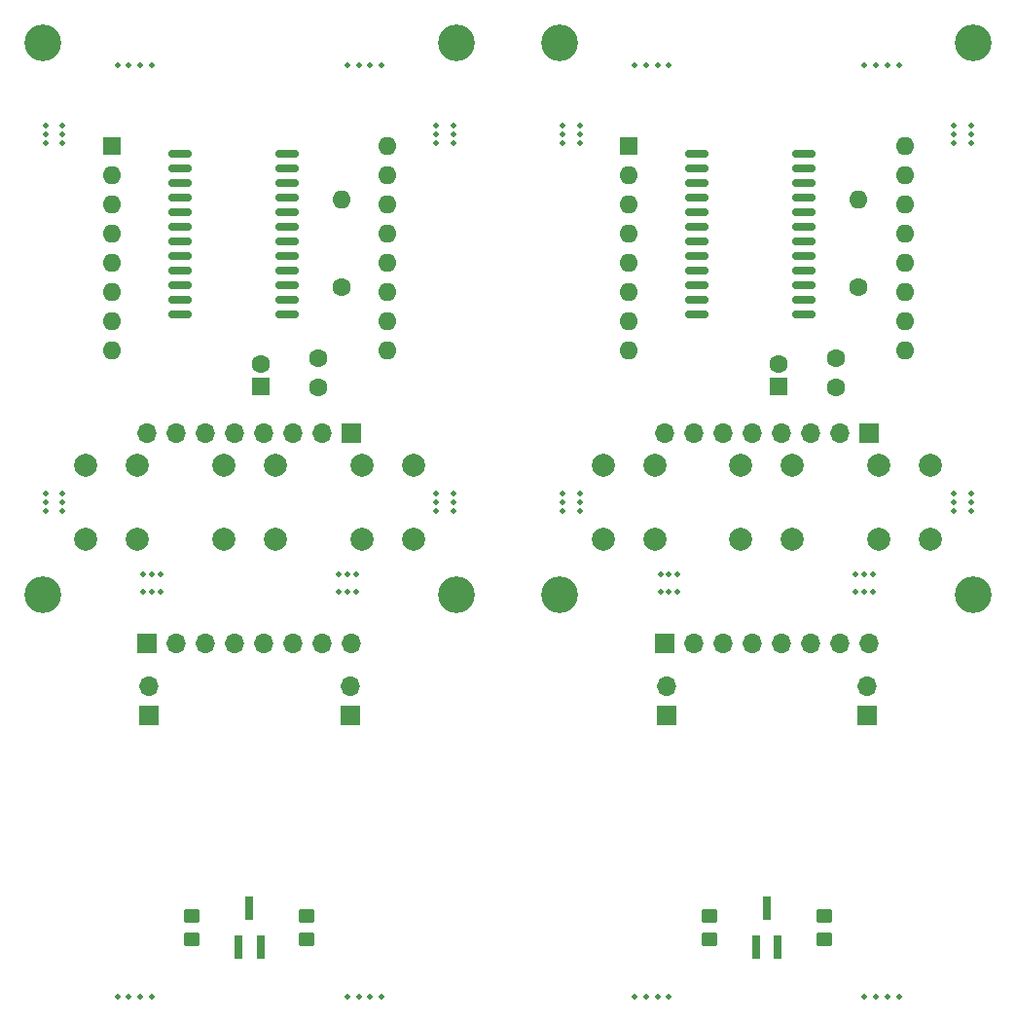
<source format=gbr>
%TF.GenerationSoftware,KiCad,Pcbnew,7.0.8*%
%TF.CreationDate,2024-02-08T03:58:00-08:00*%
%TF.ProjectId,panel,70616e65-6c2e-46b6-9963-61645f706362,rev?*%
%TF.SameCoordinates,Original*%
%TF.FileFunction,Soldermask,Bot*%
%TF.FilePolarity,Negative*%
%FSLAX46Y46*%
G04 Gerber Fmt 4.6, Leading zero omitted, Abs format (unit mm)*
G04 Created by KiCad (PCBNEW 7.0.8) date 2024-02-08 03:58:00*
%MOMM*%
%LPD*%
G01*
G04 APERTURE LIST*
G04 Aperture macros list*
%AMRoundRect*
0 Rectangle with rounded corners*
0 $1 Rounding radius*
0 $2 $3 $4 $5 $6 $7 $8 $9 X,Y pos of 4 corners*
0 Add a 4 corners polygon primitive as box body*
4,1,4,$2,$3,$4,$5,$6,$7,$8,$9,$2,$3,0*
0 Add four circle primitives for the rounded corners*
1,1,$1+$1,$2,$3*
1,1,$1+$1,$4,$5*
1,1,$1+$1,$6,$7*
1,1,$1+$1,$8,$9*
0 Add four rect primitives between the rounded corners*
20,1,$1+$1,$2,$3,$4,$5,0*
20,1,$1+$1,$4,$5,$6,$7,0*
20,1,$1+$1,$6,$7,$8,$9,0*
20,1,$1+$1,$8,$9,$2,$3,0*%
G04 Aperture macros list end*
%ADD10C,1.600000*%
%ADD11O,1.600000X1.600000*%
%ADD12RoundRect,0.250000X0.450000X-0.350000X0.450000X0.350000X-0.450000X0.350000X-0.450000X-0.350000X0*%
%ADD13R,1.600000X1.600000*%
%ADD14R,1.700000X1.700000*%
%ADD15O,1.700000X1.700000*%
%ADD16R,0.700000X2.000000*%
%ADD17RoundRect,0.150000X-0.875000X-0.150000X0.875000X-0.150000X0.875000X0.150000X-0.875000X0.150000X0*%
%ADD18C,0.500000*%
%ADD19C,3.200000*%
%ADD20C,2.000000*%
G04 APERTURE END LIST*
D10*
%TO.C,R2*%
X179000000Y-48310000D03*
D11*
X179000000Y-40690000D03*
%TD*%
D12*
%TO.C,R4*%
X121000000Y-105000000D03*
X121000000Y-103000000D03*
%TD*%
D10*
%TO.C,R2*%
X134000000Y-48310000D03*
D11*
X134000000Y-40690000D03*
%TD*%
D13*
%TO.C,C2*%
X172000000Y-56955112D03*
D10*
X172000000Y-54955112D03*
%TD*%
D14*
%TO.C,J2*%
X179890000Y-61000000D03*
D15*
X177350000Y-61000000D03*
X174810000Y-61000000D03*
X172270000Y-61000000D03*
X169730000Y-61000000D03*
X167190000Y-61000000D03*
X164650000Y-61000000D03*
X162110000Y-61000000D03*
%TD*%
D16*
%TO.C,Q1*%
X126950000Y-105700000D03*
X125050000Y-105700000D03*
X126000000Y-102300000D03*
%TD*%
D17*
%TO.C,U1*%
X119950000Y-50685000D03*
X119950000Y-49415000D03*
X119950000Y-48145000D03*
X119950000Y-46875000D03*
X119950000Y-45605000D03*
X119950000Y-44335000D03*
X119950000Y-43065000D03*
X119950000Y-41795000D03*
X119950000Y-40525000D03*
X119950000Y-39255000D03*
X119950000Y-37985000D03*
X119950000Y-36715000D03*
X129250000Y-36715000D03*
X129250000Y-37985000D03*
X129250000Y-39255000D03*
X129250000Y-40525000D03*
X129250000Y-41795000D03*
X129250000Y-43065000D03*
X129250000Y-44335000D03*
X129250000Y-45605000D03*
X129250000Y-46875000D03*
X129250000Y-48145000D03*
X129250000Y-49415000D03*
X129250000Y-50685000D03*
%TD*%
D12*
%TO.C,R3*%
X176000000Y-105000000D03*
X176000000Y-103000000D03*
%TD*%
D10*
%TO.C,C1*%
X132000000Y-57000000D03*
X132000000Y-54500000D03*
%TD*%
%TO.C,C1*%
X177000000Y-57000000D03*
X177000000Y-54500000D03*
%TD*%
D12*
%TO.C,R4*%
X166000000Y-105000000D03*
X166000000Y-103000000D03*
%TD*%
D17*
%TO.C,U1*%
X164950000Y-50685000D03*
X164950000Y-49415000D03*
X164950000Y-48145000D03*
X164950000Y-46875000D03*
X164950000Y-45605000D03*
X164950000Y-44335000D03*
X164950000Y-43065000D03*
X164950000Y-41795000D03*
X164950000Y-40525000D03*
X164950000Y-39255000D03*
X164950000Y-37985000D03*
X164950000Y-36715000D03*
X174250000Y-36715000D03*
X174250000Y-37985000D03*
X174250000Y-39255000D03*
X174250000Y-40525000D03*
X174250000Y-41795000D03*
X174250000Y-43065000D03*
X174250000Y-44335000D03*
X174250000Y-45605000D03*
X174250000Y-46875000D03*
X174250000Y-48145000D03*
X174250000Y-49415000D03*
X174250000Y-50685000D03*
%TD*%
D12*
%TO.C,R3*%
X131000000Y-105000000D03*
X131000000Y-103000000D03*
%TD*%
D14*
%TO.C,J2*%
X134890000Y-61000000D03*
D15*
X132350000Y-61000000D03*
X129810000Y-61000000D03*
X127270000Y-61000000D03*
X124730000Y-61000000D03*
X122190000Y-61000000D03*
X119650000Y-61000000D03*
X117110000Y-61000000D03*
%TD*%
D16*
%TO.C,Q1*%
X171950000Y-105700000D03*
X170050000Y-105700000D03*
X171000000Y-102300000D03*
%TD*%
D13*
%TO.C,C2*%
X127000000Y-56955112D03*
D10*
X127000000Y-54955112D03*
%TD*%
D18*
%TO.C,KiKit_MB_3_3*%
X136500000Y-29000000D03*
%TD*%
%TO.C,KiKit_MB_2_3*%
X115500000Y-110000000D03*
%TD*%
D19*
%TO.C,REF\u002A\u002A*%
X153000000Y-27000000D03*
%TD*%
D18*
%TO.C,mouse-bite-2mm-slot*%
X108250000Y-35750000D03*
X109750000Y-35750000D03*
X108250000Y-35000000D03*
X109750000Y-35000000D03*
X108250000Y-34250000D03*
X109750000Y-34250000D03*
%TD*%
D14*
%TO.C,J1*%
X162090000Y-79250000D03*
D15*
X164630000Y-79250000D03*
X167170000Y-79250000D03*
X169710000Y-79250000D03*
X172250000Y-79250000D03*
X174790000Y-79250000D03*
X177330000Y-79250000D03*
X179870000Y-79250000D03*
%TD*%
D18*
%TO.C,KiKit_MB_5_2*%
X181500000Y-110000000D03*
%TD*%
%TO.C,KiKit_MB_4_4*%
X117500000Y-29000000D03*
%TD*%
D13*
%TO.C,D1*%
X159000000Y-36000000D03*
D11*
X159000000Y-38540000D03*
X159000000Y-41080000D03*
X159000000Y-43620000D03*
X159000000Y-46160000D03*
X159000000Y-48700000D03*
X159000000Y-51240000D03*
X159000000Y-53780000D03*
X183000000Y-53780000D03*
X183000000Y-51240000D03*
X183000000Y-48700000D03*
X183000000Y-46160000D03*
X183000000Y-43620000D03*
X183000000Y-41080000D03*
X183000000Y-38540000D03*
X183000000Y-36000000D03*
%TD*%
D19*
%TO.C,REF\u002A\u002A*%
X153000000Y-75000000D03*
%TD*%
D18*
%TO.C,KiKit_MB_7_1*%
X179500000Y-29000000D03*
%TD*%
D20*
%TO.C,SW3*%
X180750000Y-70250000D03*
X180750000Y-63750000D03*
X185250000Y-70250000D03*
X185250000Y-63750000D03*
%TD*%
D18*
%TO.C,KiKit_MB_6_4*%
X159500000Y-110000000D03*
%TD*%
%TO.C,KiKit_MB_6_3*%
X160500000Y-110000000D03*
%TD*%
%TO.C,KiKit_MB_7_3*%
X181500000Y-29000000D03*
%TD*%
%TO.C,KiKit_MB_5_1*%
X182500000Y-110000000D03*
%TD*%
%TO.C,mouse-bite-2mm-slot*%
X180250000Y-74750000D03*
X180250000Y-73250000D03*
X179500000Y-74750000D03*
X179500000Y-73250000D03*
X178750000Y-74750000D03*
X178750000Y-73250000D03*
%TD*%
%TO.C,mouse-bite-2mm-slot*%
X118250000Y-74750000D03*
X118250000Y-73250000D03*
X117500000Y-74750000D03*
X117500000Y-73250000D03*
X116750000Y-74750000D03*
X116750000Y-73250000D03*
%TD*%
%TO.C,KiKit_MB_3_2*%
X135500000Y-29000000D03*
%TD*%
%TO.C,mouse-bite-2mm-slot*%
X142250000Y-67750000D03*
X143750000Y-67750000D03*
X142250000Y-67000000D03*
X143750000Y-67000000D03*
X142250000Y-66250000D03*
X143750000Y-66250000D03*
%TD*%
%TO.C,mouse-bite-2mm-slot*%
X163250000Y-74750000D03*
X163250000Y-73250000D03*
X162500000Y-74750000D03*
X162500000Y-73250000D03*
X161750000Y-74750000D03*
X161750000Y-73250000D03*
%TD*%
D20*
%TO.C,SW1*%
X111750000Y-70250000D03*
X111750000Y-63750000D03*
X116250000Y-70250000D03*
X116250000Y-63750000D03*
%TD*%
D18*
%TO.C,KiKit_MB_2_2*%
X116500000Y-110000000D03*
%TD*%
%TO.C,KiKit_MB_1_1*%
X137500000Y-110000000D03*
%TD*%
%TO.C,KiKit_MB_1_3*%
X135500000Y-110000000D03*
%TD*%
D14*
%TO.C,J1*%
X117090000Y-79250000D03*
D15*
X119630000Y-79250000D03*
X122170000Y-79250000D03*
X124710000Y-79250000D03*
X127250000Y-79250000D03*
X129790000Y-79250000D03*
X132330000Y-79250000D03*
X134870000Y-79250000D03*
%TD*%
D18*
%TO.C,KiKit_MB_1_4*%
X134500000Y-110000000D03*
%TD*%
D13*
%TO.C,D1*%
X114000000Y-36000000D03*
D11*
X114000000Y-38540000D03*
X114000000Y-41080000D03*
X114000000Y-43620000D03*
X114000000Y-46160000D03*
X114000000Y-48700000D03*
X114000000Y-51240000D03*
X114000000Y-53780000D03*
X138000000Y-53780000D03*
X138000000Y-51240000D03*
X138000000Y-48700000D03*
X138000000Y-46160000D03*
X138000000Y-43620000D03*
X138000000Y-41080000D03*
X138000000Y-38540000D03*
X138000000Y-36000000D03*
%TD*%
D19*
%TO.C,REF\u002A\u002A*%
X144000000Y-27000000D03*
%TD*%
D18*
%TO.C,KiKit_MB_3_1*%
X134500000Y-29000000D03*
%TD*%
%TO.C,KiKit_MB_3_4*%
X137500000Y-29000000D03*
%TD*%
D14*
%TO.C,J3*%
X162250000Y-85500000D03*
D15*
X162250000Y-82960000D03*
%TD*%
D18*
%TO.C,mouse-bite-2mm-slot*%
X187250000Y-67750000D03*
X188750000Y-67750000D03*
X187250000Y-67000000D03*
X188750000Y-67000000D03*
X187250000Y-66250000D03*
X188750000Y-66250000D03*
%TD*%
D20*
%TO.C,SW2*%
X123750000Y-70250000D03*
X123750000Y-63750000D03*
X128250000Y-70250000D03*
X128250000Y-63750000D03*
%TD*%
D18*
%TO.C,KiKit_MB_8_2*%
X160500000Y-29000000D03*
%TD*%
%TO.C,KiKit_MB_8_3*%
X161500000Y-29000000D03*
%TD*%
%TO.C,mouse-bite-2mm-slot*%
X108250000Y-67750000D03*
X109750000Y-67750000D03*
X108250000Y-67000000D03*
X109750000Y-67000000D03*
X108250000Y-66250000D03*
X109750000Y-66250000D03*
%TD*%
%TO.C,KiKit_MB_8_1*%
X159500000Y-29000000D03*
%TD*%
%TO.C,KiKit_MB_4_1*%
X114500000Y-29000000D03*
%TD*%
%TO.C,KiKit_MB_1_2*%
X136500000Y-110000000D03*
%TD*%
%TO.C,KiKit_MB_4_2*%
X115500000Y-29000000D03*
%TD*%
D14*
%TO.C,R1*%
X179750000Y-85500000D03*
D15*
X179750000Y-82960000D03*
%TD*%
D18*
%TO.C,KiKit_MB_6_1*%
X162500000Y-110000000D03*
%TD*%
%TO.C,KiKit_MB_2_4*%
X114500000Y-110000000D03*
%TD*%
%TO.C,KiKit_MB_4_3*%
X116500000Y-29000000D03*
%TD*%
%TO.C,mouse-bite-2mm-slot*%
X142250000Y-35750000D03*
X143750000Y-35750000D03*
X142250000Y-35000000D03*
X143750000Y-35000000D03*
X142250000Y-34250000D03*
X143750000Y-34250000D03*
%TD*%
D20*
%TO.C,SW1*%
X156750000Y-70250000D03*
X156750000Y-63750000D03*
X161250000Y-70250000D03*
X161250000Y-63750000D03*
%TD*%
D18*
%TO.C,mouse-bite-2mm-slot*%
X153250000Y-35750000D03*
X154750000Y-35750000D03*
X153250000Y-35000000D03*
X154750000Y-35000000D03*
X153250000Y-34250000D03*
X154750000Y-34250000D03*
%TD*%
D20*
%TO.C,SW2*%
X168750000Y-70250000D03*
X168750000Y-63750000D03*
X173250000Y-70250000D03*
X173250000Y-63750000D03*
%TD*%
D19*
%TO.C,REF\u002A\u002A*%
X108000000Y-75000000D03*
%TD*%
%TO.C,REF\u002A\u002A*%
X189000000Y-75000000D03*
%TD*%
D14*
%TO.C,J3*%
X117250000Y-85500000D03*
D15*
X117250000Y-82960000D03*
%TD*%
D18*
%TO.C,mouse-bite-2mm-slot*%
X135250000Y-74750000D03*
X135250000Y-73250000D03*
X134500000Y-74750000D03*
X134500000Y-73250000D03*
X133750000Y-74750000D03*
X133750000Y-73250000D03*
%TD*%
%TO.C,mouse-bite-2mm-slot*%
X187250000Y-35750000D03*
X188750000Y-35750000D03*
X187250000Y-35000000D03*
X188750000Y-35000000D03*
X187250000Y-34250000D03*
X188750000Y-34250000D03*
%TD*%
%TO.C,KiKit_MB_7_4*%
X182500000Y-29000000D03*
%TD*%
D19*
%TO.C,REF\u002A\u002A*%
X144000000Y-75000000D03*
%TD*%
D18*
%TO.C,mouse-bite-2mm-slot*%
X153250000Y-67750000D03*
X154750000Y-67750000D03*
X153250000Y-67000000D03*
X154750000Y-67000000D03*
X153250000Y-66250000D03*
X154750000Y-66250000D03*
%TD*%
%TO.C,KiKit_MB_8_4*%
X162500000Y-29000000D03*
%TD*%
D14*
%TO.C,R1*%
X134750000Y-85500000D03*
D15*
X134750000Y-82960000D03*
%TD*%
D18*
%TO.C,KiKit_MB_5_4*%
X179500000Y-110000000D03*
%TD*%
D19*
%TO.C,REF\u002A\u002A*%
X108000000Y-27000000D03*
%TD*%
D20*
%TO.C,SW3*%
X135750000Y-70250000D03*
X135750000Y-63750000D03*
X140250000Y-70250000D03*
X140250000Y-63750000D03*
%TD*%
D18*
%TO.C,KiKit_MB_6_2*%
X161500000Y-110000000D03*
%TD*%
D19*
%TO.C,REF\u002A\u002A*%
X189000000Y-27000000D03*
%TD*%
D18*
%TO.C,KiKit_MB_2_1*%
X117500000Y-110000000D03*
%TD*%
%TO.C,KiKit_MB_7_2*%
X180500000Y-29000000D03*
%TD*%
%TO.C,KiKit_MB_5_3*%
X180500000Y-110000000D03*
%TD*%
M02*

</source>
